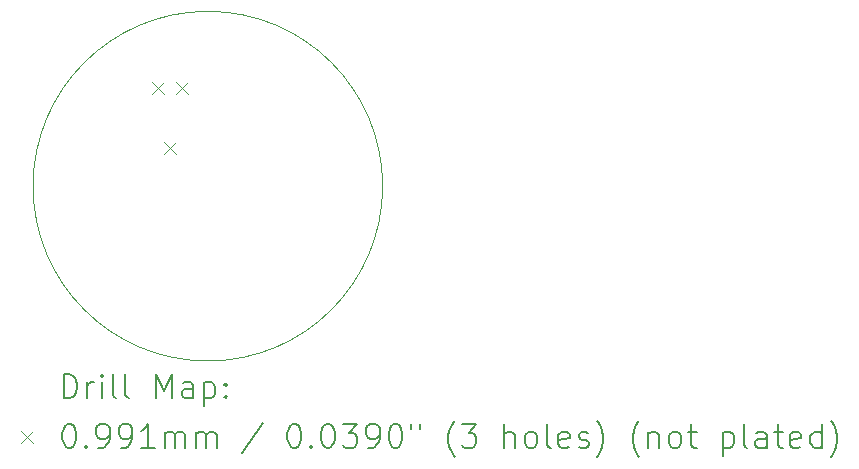
<source format=gbr>
%TF.GenerationSoftware,KiCad,Pcbnew,8.0.6*%
%TF.CreationDate,2025-05-06T14:47:25+02:00*%
%TF.ProjectId,nRF5340,6e524635-3334-4302-9e6b-696361645f70,rev?*%
%TF.SameCoordinates,Original*%
%TF.FileFunction,Drillmap*%
%TF.FilePolarity,Positive*%
%FSLAX45Y45*%
G04 Gerber Fmt 4.5, Leading zero omitted, Abs format (unit mm)*
G04 Created by KiCad (PCBNEW 8.0.6) date 2025-05-06 14:47:25*
%MOMM*%
%LPD*%
G01*
G04 APERTURE LIST*
%ADD10C,0.050000*%
%ADD11C,0.200000*%
%ADD12C,0.100000*%
G04 APERTURE END LIST*
D10*
X19519750Y-6152750D02*
G75*
G02*
X16559750Y-6152750I-1480000J0D01*
G01*
X16559750Y-6152750D02*
G75*
G02*
X19519750Y-6152750I1480000J0D01*
G01*
D11*
D12*
X17565370Y-5269470D02*
X17664430Y-5368530D01*
X17664430Y-5269470D02*
X17565370Y-5368530D01*
X17666970Y-5777470D02*
X17766030Y-5876530D01*
X17766030Y-5777470D02*
X17666970Y-5876530D01*
X17768570Y-5269470D02*
X17867630Y-5368530D01*
X17867630Y-5269470D02*
X17768570Y-5368530D01*
D11*
X16818027Y-7946734D02*
X16818027Y-7746734D01*
X16818027Y-7746734D02*
X16865646Y-7746734D01*
X16865646Y-7746734D02*
X16894218Y-7756257D01*
X16894218Y-7756257D02*
X16913265Y-7775305D01*
X16913265Y-7775305D02*
X16922789Y-7794353D01*
X16922789Y-7794353D02*
X16932313Y-7832448D01*
X16932313Y-7832448D02*
X16932313Y-7861019D01*
X16932313Y-7861019D02*
X16922789Y-7899115D01*
X16922789Y-7899115D02*
X16913265Y-7918162D01*
X16913265Y-7918162D02*
X16894218Y-7937210D01*
X16894218Y-7937210D02*
X16865646Y-7946734D01*
X16865646Y-7946734D02*
X16818027Y-7946734D01*
X17018027Y-7946734D02*
X17018027Y-7813400D01*
X17018027Y-7851496D02*
X17027551Y-7832448D01*
X17027551Y-7832448D02*
X17037075Y-7822924D01*
X17037075Y-7822924D02*
X17056122Y-7813400D01*
X17056122Y-7813400D02*
X17075170Y-7813400D01*
X17141837Y-7946734D02*
X17141837Y-7813400D01*
X17141837Y-7746734D02*
X17132313Y-7756257D01*
X17132313Y-7756257D02*
X17141837Y-7765781D01*
X17141837Y-7765781D02*
X17151360Y-7756257D01*
X17151360Y-7756257D02*
X17141837Y-7746734D01*
X17141837Y-7746734D02*
X17141837Y-7765781D01*
X17265646Y-7946734D02*
X17246598Y-7937210D01*
X17246598Y-7937210D02*
X17237075Y-7918162D01*
X17237075Y-7918162D02*
X17237075Y-7746734D01*
X17370408Y-7946734D02*
X17351360Y-7937210D01*
X17351360Y-7937210D02*
X17341837Y-7918162D01*
X17341837Y-7918162D02*
X17341837Y-7746734D01*
X17598979Y-7946734D02*
X17598979Y-7746734D01*
X17598979Y-7746734D02*
X17665646Y-7889591D01*
X17665646Y-7889591D02*
X17732313Y-7746734D01*
X17732313Y-7746734D02*
X17732313Y-7946734D01*
X17913265Y-7946734D02*
X17913265Y-7841972D01*
X17913265Y-7841972D02*
X17903741Y-7822924D01*
X17903741Y-7822924D02*
X17884694Y-7813400D01*
X17884694Y-7813400D02*
X17846598Y-7813400D01*
X17846598Y-7813400D02*
X17827551Y-7822924D01*
X17913265Y-7937210D02*
X17894218Y-7946734D01*
X17894218Y-7946734D02*
X17846598Y-7946734D01*
X17846598Y-7946734D02*
X17827551Y-7937210D01*
X17827551Y-7937210D02*
X17818027Y-7918162D01*
X17818027Y-7918162D02*
X17818027Y-7899115D01*
X17818027Y-7899115D02*
X17827551Y-7880067D01*
X17827551Y-7880067D02*
X17846598Y-7870543D01*
X17846598Y-7870543D02*
X17894218Y-7870543D01*
X17894218Y-7870543D02*
X17913265Y-7861019D01*
X18008503Y-7813400D02*
X18008503Y-8013400D01*
X18008503Y-7822924D02*
X18027551Y-7813400D01*
X18027551Y-7813400D02*
X18065646Y-7813400D01*
X18065646Y-7813400D02*
X18084694Y-7822924D01*
X18084694Y-7822924D02*
X18094218Y-7832448D01*
X18094218Y-7832448D02*
X18103741Y-7851496D01*
X18103741Y-7851496D02*
X18103741Y-7908638D01*
X18103741Y-7908638D02*
X18094218Y-7927686D01*
X18094218Y-7927686D02*
X18084694Y-7937210D01*
X18084694Y-7937210D02*
X18065646Y-7946734D01*
X18065646Y-7946734D02*
X18027551Y-7946734D01*
X18027551Y-7946734D02*
X18008503Y-7937210D01*
X18189456Y-7927686D02*
X18198979Y-7937210D01*
X18198979Y-7937210D02*
X18189456Y-7946734D01*
X18189456Y-7946734D02*
X18179932Y-7937210D01*
X18179932Y-7937210D02*
X18189456Y-7927686D01*
X18189456Y-7927686D02*
X18189456Y-7946734D01*
X18189456Y-7822924D02*
X18198979Y-7832448D01*
X18198979Y-7832448D02*
X18189456Y-7841972D01*
X18189456Y-7841972D02*
X18179932Y-7832448D01*
X18179932Y-7832448D02*
X18189456Y-7822924D01*
X18189456Y-7822924D02*
X18189456Y-7841972D01*
D12*
X16458190Y-8225720D02*
X16557250Y-8324780D01*
X16557250Y-8225720D02*
X16458190Y-8324780D01*
D11*
X16856122Y-8166734D02*
X16875170Y-8166734D01*
X16875170Y-8166734D02*
X16894218Y-8176257D01*
X16894218Y-8176257D02*
X16903741Y-8185781D01*
X16903741Y-8185781D02*
X16913265Y-8204829D01*
X16913265Y-8204829D02*
X16922789Y-8242924D01*
X16922789Y-8242924D02*
X16922789Y-8290543D01*
X16922789Y-8290543D02*
X16913265Y-8328638D01*
X16913265Y-8328638D02*
X16903741Y-8347686D01*
X16903741Y-8347686D02*
X16894218Y-8357210D01*
X16894218Y-8357210D02*
X16875170Y-8366734D01*
X16875170Y-8366734D02*
X16856122Y-8366734D01*
X16856122Y-8366734D02*
X16837075Y-8357210D01*
X16837075Y-8357210D02*
X16827551Y-8347686D01*
X16827551Y-8347686D02*
X16818027Y-8328638D01*
X16818027Y-8328638D02*
X16808503Y-8290543D01*
X16808503Y-8290543D02*
X16808503Y-8242924D01*
X16808503Y-8242924D02*
X16818027Y-8204829D01*
X16818027Y-8204829D02*
X16827551Y-8185781D01*
X16827551Y-8185781D02*
X16837075Y-8176257D01*
X16837075Y-8176257D02*
X16856122Y-8166734D01*
X17008503Y-8347686D02*
X17018027Y-8357210D01*
X17018027Y-8357210D02*
X17008503Y-8366734D01*
X17008503Y-8366734D02*
X16998979Y-8357210D01*
X16998979Y-8357210D02*
X17008503Y-8347686D01*
X17008503Y-8347686D02*
X17008503Y-8366734D01*
X17113265Y-8366734D02*
X17151360Y-8366734D01*
X17151360Y-8366734D02*
X17170408Y-8357210D01*
X17170408Y-8357210D02*
X17179932Y-8347686D01*
X17179932Y-8347686D02*
X17198979Y-8319115D01*
X17198979Y-8319115D02*
X17208503Y-8281019D01*
X17208503Y-8281019D02*
X17208503Y-8204829D01*
X17208503Y-8204829D02*
X17198979Y-8185781D01*
X17198979Y-8185781D02*
X17189456Y-8176257D01*
X17189456Y-8176257D02*
X17170408Y-8166734D01*
X17170408Y-8166734D02*
X17132313Y-8166734D01*
X17132313Y-8166734D02*
X17113265Y-8176257D01*
X17113265Y-8176257D02*
X17103741Y-8185781D01*
X17103741Y-8185781D02*
X17094218Y-8204829D01*
X17094218Y-8204829D02*
X17094218Y-8252448D01*
X17094218Y-8252448D02*
X17103741Y-8271496D01*
X17103741Y-8271496D02*
X17113265Y-8281019D01*
X17113265Y-8281019D02*
X17132313Y-8290543D01*
X17132313Y-8290543D02*
X17170408Y-8290543D01*
X17170408Y-8290543D02*
X17189456Y-8281019D01*
X17189456Y-8281019D02*
X17198979Y-8271496D01*
X17198979Y-8271496D02*
X17208503Y-8252448D01*
X17303741Y-8366734D02*
X17341837Y-8366734D01*
X17341837Y-8366734D02*
X17360884Y-8357210D01*
X17360884Y-8357210D02*
X17370408Y-8347686D01*
X17370408Y-8347686D02*
X17389456Y-8319115D01*
X17389456Y-8319115D02*
X17398979Y-8281019D01*
X17398979Y-8281019D02*
X17398979Y-8204829D01*
X17398979Y-8204829D02*
X17389456Y-8185781D01*
X17389456Y-8185781D02*
X17379932Y-8176257D01*
X17379932Y-8176257D02*
X17360884Y-8166734D01*
X17360884Y-8166734D02*
X17322789Y-8166734D01*
X17322789Y-8166734D02*
X17303741Y-8176257D01*
X17303741Y-8176257D02*
X17294218Y-8185781D01*
X17294218Y-8185781D02*
X17284694Y-8204829D01*
X17284694Y-8204829D02*
X17284694Y-8252448D01*
X17284694Y-8252448D02*
X17294218Y-8271496D01*
X17294218Y-8271496D02*
X17303741Y-8281019D01*
X17303741Y-8281019D02*
X17322789Y-8290543D01*
X17322789Y-8290543D02*
X17360884Y-8290543D01*
X17360884Y-8290543D02*
X17379932Y-8281019D01*
X17379932Y-8281019D02*
X17389456Y-8271496D01*
X17389456Y-8271496D02*
X17398979Y-8252448D01*
X17589456Y-8366734D02*
X17475170Y-8366734D01*
X17532313Y-8366734D02*
X17532313Y-8166734D01*
X17532313Y-8166734D02*
X17513265Y-8195305D01*
X17513265Y-8195305D02*
X17494218Y-8214353D01*
X17494218Y-8214353D02*
X17475170Y-8223876D01*
X17675170Y-8366734D02*
X17675170Y-8233400D01*
X17675170Y-8252448D02*
X17684694Y-8242924D01*
X17684694Y-8242924D02*
X17703741Y-8233400D01*
X17703741Y-8233400D02*
X17732313Y-8233400D01*
X17732313Y-8233400D02*
X17751360Y-8242924D01*
X17751360Y-8242924D02*
X17760884Y-8261972D01*
X17760884Y-8261972D02*
X17760884Y-8366734D01*
X17760884Y-8261972D02*
X17770408Y-8242924D01*
X17770408Y-8242924D02*
X17789456Y-8233400D01*
X17789456Y-8233400D02*
X17818027Y-8233400D01*
X17818027Y-8233400D02*
X17837075Y-8242924D01*
X17837075Y-8242924D02*
X17846599Y-8261972D01*
X17846599Y-8261972D02*
X17846599Y-8366734D01*
X17941837Y-8366734D02*
X17941837Y-8233400D01*
X17941837Y-8252448D02*
X17951360Y-8242924D01*
X17951360Y-8242924D02*
X17970408Y-8233400D01*
X17970408Y-8233400D02*
X17998980Y-8233400D01*
X17998980Y-8233400D02*
X18018027Y-8242924D01*
X18018027Y-8242924D02*
X18027551Y-8261972D01*
X18027551Y-8261972D02*
X18027551Y-8366734D01*
X18027551Y-8261972D02*
X18037075Y-8242924D01*
X18037075Y-8242924D02*
X18056122Y-8233400D01*
X18056122Y-8233400D02*
X18084694Y-8233400D01*
X18084694Y-8233400D02*
X18103741Y-8242924D01*
X18103741Y-8242924D02*
X18113265Y-8261972D01*
X18113265Y-8261972D02*
X18113265Y-8366734D01*
X18503741Y-8157210D02*
X18332313Y-8414353D01*
X18760884Y-8166734D02*
X18779932Y-8166734D01*
X18779932Y-8166734D02*
X18798980Y-8176257D01*
X18798980Y-8176257D02*
X18808503Y-8185781D01*
X18808503Y-8185781D02*
X18818027Y-8204829D01*
X18818027Y-8204829D02*
X18827551Y-8242924D01*
X18827551Y-8242924D02*
X18827551Y-8290543D01*
X18827551Y-8290543D02*
X18818027Y-8328638D01*
X18818027Y-8328638D02*
X18808503Y-8347686D01*
X18808503Y-8347686D02*
X18798980Y-8357210D01*
X18798980Y-8357210D02*
X18779932Y-8366734D01*
X18779932Y-8366734D02*
X18760884Y-8366734D01*
X18760884Y-8366734D02*
X18741837Y-8357210D01*
X18741837Y-8357210D02*
X18732313Y-8347686D01*
X18732313Y-8347686D02*
X18722789Y-8328638D01*
X18722789Y-8328638D02*
X18713265Y-8290543D01*
X18713265Y-8290543D02*
X18713265Y-8242924D01*
X18713265Y-8242924D02*
X18722789Y-8204829D01*
X18722789Y-8204829D02*
X18732313Y-8185781D01*
X18732313Y-8185781D02*
X18741837Y-8176257D01*
X18741837Y-8176257D02*
X18760884Y-8166734D01*
X18913265Y-8347686D02*
X18922789Y-8357210D01*
X18922789Y-8357210D02*
X18913265Y-8366734D01*
X18913265Y-8366734D02*
X18903742Y-8357210D01*
X18903742Y-8357210D02*
X18913265Y-8347686D01*
X18913265Y-8347686D02*
X18913265Y-8366734D01*
X19046599Y-8166734D02*
X19065646Y-8166734D01*
X19065646Y-8166734D02*
X19084694Y-8176257D01*
X19084694Y-8176257D02*
X19094218Y-8185781D01*
X19094218Y-8185781D02*
X19103742Y-8204829D01*
X19103742Y-8204829D02*
X19113265Y-8242924D01*
X19113265Y-8242924D02*
X19113265Y-8290543D01*
X19113265Y-8290543D02*
X19103742Y-8328638D01*
X19103742Y-8328638D02*
X19094218Y-8347686D01*
X19094218Y-8347686D02*
X19084694Y-8357210D01*
X19084694Y-8357210D02*
X19065646Y-8366734D01*
X19065646Y-8366734D02*
X19046599Y-8366734D01*
X19046599Y-8366734D02*
X19027551Y-8357210D01*
X19027551Y-8357210D02*
X19018027Y-8347686D01*
X19018027Y-8347686D02*
X19008503Y-8328638D01*
X19008503Y-8328638D02*
X18998980Y-8290543D01*
X18998980Y-8290543D02*
X18998980Y-8242924D01*
X18998980Y-8242924D02*
X19008503Y-8204829D01*
X19008503Y-8204829D02*
X19018027Y-8185781D01*
X19018027Y-8185781D02*
X19027551Y-8176257D01*
X19027551Y-8176257D02*
X19046599Y-8166734D01*
X19179932Y-8166734D02*
X19303742Y-8166734D01*
X19303742Y-8166734D02*
X19237075Y-8242924D01*
X19237075Y-8242924D02*
X19265646Y-8242924D01*
X19265646Y-8242924D02*
X19284694Y-8252448D01*
X19284694Y-8252448D02*
X19294218Y-8261972D01*
X19294218Y-8261972D02*
X19303742Y-8281019D01*
X19303742Y-8281019D02*
X19303742Y-8328638D01*
X19303742Y-8328638D02*
X19294218Y-8347686D01*
X19294218Y-8347686D02*
X19284694Y-8357210D01*
X19284694Y-8357210D02*
X19265646Y-8366734D01*
X19265646Y-8366734D02*
X19208503Y-8366734D01*
X19208503Y-8366734D02*
X19189456Y-8357210D01*
X19189456Y-8357210D02*
X19179932Y-8347686D01*
X19398980Y-8366734D02*
X19437075Y-8366734D01*
X19437075Y-8366734D02*
X19456123Y-8357210D01*
X19456123Y-8357210D02*
X19465646Y-8347686D01*
X19465646Y-8347686D02*
X19484694Y-8319115D01*
X19484694Y-8319115D02*
X19494218Y-8281019D01*
X19494218Y-8281019D02*
X19494218Y-8204829D01*
X19494218Y-8204829D02*
X19484694Y-8185781D01*
X19484694Y-8185781D02*
X19475170Y-8176257D01*
X19475170Y-8176257D02*
X19456123Y-8166734D01*
X19456123Y-8166734D02*
X19418027Y-8166734D01*
X19418027Y-8166734D02*
X19398980Y-8176257D01*
X19398980Y-8176257D02*
X19389456Y-8185781D01*
X19389456Y-8185781D02*
X19379932Y-8204829D01*
X19379932Y-8204829D02*
X19379932Y-8252448D01*
X19379932Y-8252448D02*
X19389456Y-8271496D01*
X19389456Y-8271496D02*
X19398980Y-8281019D01*
X19398980Y-8281019D02*
X19418027Y-8290543D01*
X19418027Y-8290543D02*
X19456123Y-8290543D01*
X19456123Y-8290543D02*
X19475170Y-8281019D01*
X19475170Y-8281019D02*
X19484694Y-8271496D01*
X19484694Y-8271496D02*
X19494218Y-8252448D01*
X19618027Y-8166734D02*
X19637075Y-8166734D01*
X19637075Y-8166734D02*
X19656123Y-8176257D01*
X19656123Y-8176257D02*
X19665646Y-8185781D01*
X19665646Y-8185781D02*
X19675170Y-8204829D01*
X19675170Y-8204829D02*
X19684694Y-8242924D01*
X19684694Y-8242924D02*
X19684694Y-8290543D01*
X19684694Y-8290543D02*
X19675170Y-8328638D01*
X19675170Y-8328638D02*
X19665646Y-8347686D01*
X19665646Y-8347686D02*
X19656123Y-8357210D01*
X19656123Y-8357210D02*
X19637075Y-8366734D01*
X19637075Y-8366734D02*
X19618027Y-8366734D01*
X19618027Y-8366734D02*
X19598980Y-8357210D01*
X19598980Y-8357210D02*
X19589456Y-8347686D01*
X19589456Y-8347686D02*
X19579932Y-8328638D01*
X19579932Y-8328638D02*
X19570408Y-8290543D01*
X19570408Y-8290543D02*
X19570408Y-8242924D01*
X19570408Y-8242924D02*
X19579932Y-8204829D01*
X19579932Y-8204829D02*
X19589456Y-8185781D01*
X19589456Y-8185781D02*
X19598980Y-8176257D01*
X19598980Y-8176257D02*
X19618027Y-8166734D01*
X19760884Y-8166734D02*
X19760884Y-8204829D01*
X19837075Y-8166734D02*
X19837075Y-8204829D01*
X20132313Y-8442924D02*
X20122789Y-8433400D01*
X20122789Y-8433400D02*
X20103742Y-8404829D01*
X20103742Y-8404829D02*
X20094218Y-8385781D01*
X20094218Y-8385781D02*
X20084694Y-8357210D01*
X20084694Y-8357210D02*
X20075170Y-8309591D01*
X20075170Y-8309591D02*
X20075170Y-8271496D01*
X20075170Y-8271496D02*
X20084694Y-8223876D01*
X20084694Y-8223876D02*
X20094218Y-8195305D01*
X20094218Y-8195305D02*
X20103742Y-8176257D01*
X20103742Y-8176257D02*
X20122789Y-8147686D01*
X20122789Y-8147686D02*
X20132313Y-8138162D01*
X20189456Y-8166734D02*
X20313265Y-8166734D01*
X20313265Y-8166734D02*
X20246599Y-8242924D01*
X20246599Y-8242924D02*
X20275170Y-8242924D01*
X20275170Y-8242924D02*
X20294218Y-8252448D01*
X20294218Y-8252448D02*
X20303742Y-8261972D01*
X20303742Y-8261972D02*
X20313265Y-8281019D01*
X20313265Y-8281019D02*
X20313265Y-8328638D01*
X20313265Y-8328638D02*
X20303742Y-8347686D01*
X20303742Y-8347686D02*
X20294218Y-8357210D01*
X20294218Y-8357210D02*
X20275170Y-8366734D01*
X20275170Y-8366734D02*
X20218027Y-8366734D01*
X20218027Y-8366734D02*
X20198980Y-8357210D01*
X20198980Y-8357210D02*
X20189456Y-8347686D01*
X20551361Y-8366734D02*
X20551361Y-8166734D01*
X20637075Y-8366734D02*
X20637075Y-8261972D01*
X20637075Y-8261972D02*
X20627551Y-8242924D01*
X20627551Y-8242924D02*
X20608504Y-8233400D01*
X20608504Y-8233400D02*
X20579932Y-8233400D01*
X20579932Y-8233400D02*
X20560885Y-8242924D01*
X20560885Y-8242924D02*
X20551361Y-8252448D01*
X20760885Y-8366734D02*
X20741837Y-8357210D01*
X20741837Y-8357210D02*
X20732313Y-8347686D01*
X20732313Y-8347686D02*
X20722789Y-8328638D01*
X20722789Y-8328638D02*
X20722789Y-8271496D01*
X20722789Y-8271496D02*
X20732313Y-8252448D01*
X20732313Y-8252448D02*
X20741837Y-8242924D01*
X20741837Y-8242924D02*
X20760885Y-8233400D01*
X20760885Y-8233400D02*
X20789456Y-8233400D01*
X20789456Y-8233400D02*
X20808504Y-8242924D01*
X20808504Y-8242924D02*
X20818027Y-8252448D01*
X20818027Y-8252448D02*
X20827551Y-8271496D01*
X20827551Y-8271496D02*
X20827551Y-8328638D01*
X20827551Y-8328638D02*
X20818027Y-8347686D01*
X20818027Y-8347686D02*
X20808504Y-8357210D01*
X20808504Y-8357210D02*
X20789456Y-8366734D01*
X20789456Y-8366734D02*
X20760885Y-8366734D01*
X20941837Y-8366734D02*
X20922789Y-8357210D01*
X20922789Y-8357210D02*
X20913266Y-8338162D01*
X20913266Y-8338162D02*
X20913266Y-8166734D01*
X21094218Y-8357210D02*
X21075170Y-8366734D01*
X21075170Y-8366734D02*
X21037075Y-8366734D01*
X21037075Y-8366734D02*
X21018027Y-8357210D01*
X21018027Y-8357210D02*
X21008504Y-8338162D01*
X21008504Y-8338162D02*
X21008504Y-8261972D01*
X21008504Y-8261972D02*
X21018027Y-8242924D01*
X21018027Y-8242924D02*
X21037075Y-8233400D01*
X21037075Y-8233400D02*
X21075170Y-8233400D01*
X21075170Y-8233400D02*
X21094218Y-8242924D01*
X21094218Y-8242924D02*
X21103742Y-8261972D01*
X21103742Y-8261972D02*
X21103742Y-8281019D01*
X21103742Y-8281019D02*
X21008504Y-8300067D01*
X21179932Y-8357210D02*
X21198980Y-8366734D01*
X21198980Y-8366734D02*
X21237075Y-8366734D01*
X21237075Y-8366734D02*
X21256123Y-8357210D01*
X21256123Y-8357210D02*
X21265647Y-8338162D01*
X21265647Y-8338162D02*
X21265647Y-8328638D01*
X21265647Y-8328638D02*
X21256123Y-8309591D01*
X21256123Y-8309591D02*
X21237075Y-8300067D01*
X21237075Y-8300067D02*
X21208504Y-8300067D01*
X21208504Y-8300067D02*
X21189456Y-8290543D01*
X21189456Y-8290543D02*
X21179932Y-8271496D01*
X21179932Y-8271496D02*
X21179932Y-8261972D01*
X21179932Y-8261972D02*
X21189456Y-8242924D01*
X21189456Y-8242924D02*
X21208504Y-8233400D01*
X21208504Y-8233400D02*
X21237075Y-8233400D01*
X21237075Y-8233400D02*
X21256123Y-8242924D01*
X21332313Y-8442924D02*
X21341837Y-8433400D01*
X21341837Y-8433400D02*
X21360885Y-8404829D01*
X21360885Y-8404829D02*
X21370408Y-8385781D01*
X21370408Y-8385781D02*
X21379932Y-8357210D01*
X21379932Y-8357210D02*
X21389456Y-8309591D01*
X21389456Y-8309591D02*
X21389456Y-8271496D01*
X21389456Y-8271496D02*
X21379932Y-8223876D01*
X21379932Y-8223876D02*
X21370408Y-8195305D01*
X21370408Y-8195305D02*
X21360885Y-8176257D01*
X21360885Y-8176257D02*
X21341837Y-8147686D01*
X21341837Y-8147686D02*
X21332313Y-8138162D01*
X21694218Y-8442924D02*
X21684694Y-8433400D01*
X21684694Y-8433400D02*
X21665647Y-8404829D01*
X21665647Y-8404829D02*
X21656123Y-8385781D01*
X21656123Y-8385781D02*
X21646599Y-8357210D01*
X21646599Y-8357210D02*
X21637075Y-8309591D01*
X21637075Y-8309591D02*
X21637075Y-8271496D01*
X21637075Y-8271496D02*
X21646599Y-8223876D01*
X21646599Y-8223876D02*
X21656123Y-8195305D01*
X21656123Y-8195305D02*
X21665647Y-8176257D01*
X21665647Y-8176257D02*
X21684694Y-8147686D01*
X21684694Y-8147686D02*
X21694218Y-8138162D01*
X21770408Y-8233400D02*
X21770408Y-8366734D01*
X21770408Y-8252448D02*
X21779932Y-8242924D01*
X21779932Y-8242924D02*
X21798980Y-8233400D01*
X21798980Y-8233400D02*
X21827551Y-8233400D01*
X21827551Y-8233400D02*
X21846599Y-8242924D01*
X21846599Y-8242924D02*
X21856123Y-8261972D01*
X21856123Y-8261972D02*
X21856123Y-8366734D01*
X21979932Y-8366734D02*
X21960885Y-8357210D01*
X21960885Y-8357210D02*
X21951361Y-8347686D01*
X21951361Y-8347686D02*
X21941837Y-8328638D01*
X21941837Y-8328638D02*
X21941837Y-8271496D01*
X21941837Y-8271496D02*
X21951361Y-8252448D01*
X21951361Y-8252448D02*
X21960885Y-8242924D01*
X21960885Y-8242924D02*
X21979932Y-8233400D01*
X21979932Y-8233400D02*
X22008504Y-8233400D01*
X22008504Y-8233400D02*
X22027551Y-8242924D01*
X22027551Y-8242924D02*
X22037075Y-8252448D01*
X22037075Y-8252448D02*
X22046599Y-8271496D01*
X22046599Y-8271496D02*
X22046599Y-8328638D01*
X22046599Y-8328638D02*
X22037075Y-8347686D01*
X22037075Y-8347686D02*
X22027551Y-8357210D01*
X22027551Y-8357210D02*
X22008504Y-8366734D01*
X22008504Y-8366734D02*
X21979932Y-8366734D01*
X22103742Y-8233400D02*
X22179932Y-8233400D01*
X22132313Y-8166734D02*
X22132313Y-8338162D01*
X22132313Y-8338162D02*
X22141837Y-8357210D01*
X22141837Y-8357210D02*
X22160885Y-8366734D01*
X22160885Y-8366734D02*
X22179932Y-8366734D01*
X22398980Y-8233400D02*
X22398980Y-8433400D01*
X22398980Y-8242924D02*
X22418027Y-8233400D01*
X22418027Y-8233400D02*
X22456123Y-8233400D01*
X22456123Y-8233400D02*
X22475170Y-8242924D01*
X22475170Y-8242924D02*
X22484694Y-8252448D01*
X22484694Y-8252448D02*
X22494218Y-8271496D01*
X22494218Y-8271496D02*
X22494218Y-8328638D01*
X22494218Y-8328638D02*
X22484694Y-8347686D01*
X22484694Y-8347686D02*
X22475170Y-8357210D01*
X22475170Y-8357210D02*
X22456123Y-8366734D01*
X22456123Y-8366734D02*
X22418027Y-8366734D01*
X22418027Y-8366734D02*
X22398980Y-8357210D01*
X22608504Y-8366734D02*
X22589456Y-8357210D01*
X22589456Y-8357210D02*
X22579932Y-8338162D01*
X22579932Y-8338162D02*
X22579932Y-8166734D01*
X22770408Y-8366734D02*
X22770408Y-8261972D01*
X22770408Y-8261972D02*
X22760885Y-8242924D01*
X22760885Y-8242924D02*
X22741837Y-8233400D01*
X22741837Y-8233400D02*
X22703742Y-8233400D01*
X22703742Y-8233400D02*
X22684694Y-8242924D01*
X22770408Y-8357210D02*
X22751361Y-8366734D01*
X22751361Y-8366734D02*
X22703742Y-8366734D01*
X22703742Y-8366734D02*
X22684694Y-8357210D01*
X22684694Y-8357210D02*
X22675170Y-8338162D01*
X22675170Y-8338162D02*
X22675170Y-8319115D01*
X22675170Y-8319115D02*
X22684694Y-8300067D01*
X22684694Y-8300067D02*
X22703742Y-8290543D01*
X22703742Y-8290543D02*
X22751361Y-8290543D01*
X22751361Y-8290543D02*
X22770408Y-8281019D01*
X22837075Y-8233400D02*
X22913266Y-8233400D01*
X22865647Y-8166734D02*
X22865647Y-8338162D01*
X22865647Y-8338162D02*
X22875170Y-8357210D01*
X22875170Y-8357210D02*
X22894218Y-8366734D01*
X22894218Y-8366734D02*
X22913266Y-8366734D01*
X23056123Y-8357210D02*
X23037075Y-8366734D01*
X23037075Y-8366734D02*
X22998980Y-8366734D01*
X22998980Y-8366734D02*
X22979932Y-8357210D01*
X22979932Y-8357210D02*
X22970408Y-8338162D01*
X22970408Y-8338162D02*
X22970408Y-8261972D01*
X22970408Y-8261972D02*
X22979932Y-8242924D01*
X22979932Y-8242924D02*
X22998980Y-8233400D01*
X22998980Y-8233400D02*
X23037075Y-8233400D01*
X23037075Y-8233400D02*
X23056123Y-8242924D01*
X23056123Y-8242924D02*
X23065647Y-8261972D01*
X23065647Y-8261972D02*
X23065647Y-8281019D01*
X23065647Y-8281019D02*
X22970408Y-8300067D01*
X23237075Y-8366734D02*
X23237075Y-8166734D01*
X23237075Y-8357210D02*
X23218028Y-8366734D01*
X23218028Y-8366734D02*
X23179932Y-8366734D01*
X23179932Y-8366734D02*
X23160885Y-8357210D01*
X23160885Y-8357210D02*
X23151361Y-8347686D01*
X23151361Y-8347686D02*
X23141837Y-8328638D01*
X23141837Y-8328638D02*
X23141837Y-8271496D01*
X23141837Y-8271496D02*
X23151361Y-8252448D01*
X23151361Y-8252448D02*
X23160885Y-8242924D01*
X23160885Y-8242924D02*
X23179932Y-8233400D01*
X23179932Y-8233400D02*
X23218028Y-8233400D01*
X23218028Y-8233400D02*
X23237075Y-8242924D01*
X23313266Y-8442924D02*
X23322789Y-8433400D01*
X23322789Y-8433400D02*
X23341837Y-8404829D01*
X23341837Y-8404829D02*
X23351361Y-8385781D01*
X23351361Y-8385781D02*
X23360885Y-8357210D01*
X23360885Y-8357210D02*
X23370408Y-8309591D01*
X23370408Y-8309591D02*
X23370408Y-8271496D01*
X23370408Y-8271496D02*
X23360885Y-8223876D01*
X23360885Y-8223876D02*
X23351361Y-8195305D01*
X23351361Y-8195305D02*
X23341837Y-8176257D01*
X23341837Y-8176257D02*
X23322789Y-8147686D01*
X23322789Y-8147686D02*
X23313266Y-8138162D01*
M02*

</source>
